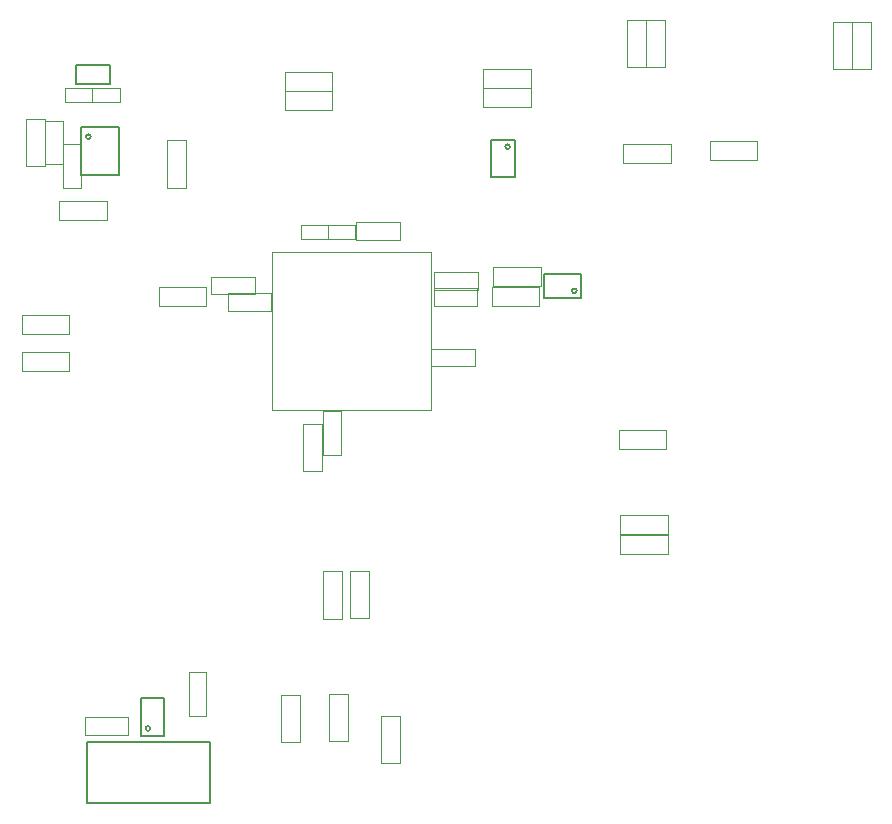
<source format=gbr>
G04 #@! TF.FileFunction,Other,User*
%FSLAX46Y46*%
G04 Gerber Fmt 4.6, Leading zero omitted, Abs format (unit mm)*
G04 Created by KiCad (PCBNEW 4.0.4+dfsg1-stable) date Fri Mar  3 13:36:28 2017*
%MOMM*%
%LPD*%
G01*
G04 APERTURE LIST*
%ADD10C,0.100000*%
%ADD11C,0.050000*%
%ADD12C,0.150000*%
G04 APERTURE END LIST*
D10*
D11*
X45536900Y49080100D02*
X45536900Y35680100D01*
X32136900Y49080100D02*
X32136900Y35680100D01*
X45536900Y49080100D02*
X32136900Y49080100D01*
X45536900Y35680100D02*
X32136900Y35680100D01*
X45800000Y44450000D02*
X49500000Y44450000D01*
X45800000Y45950000D02*
X49500000Y45950000D01*
X45800000Y44450000D02*
X45800000Y45950000D01*
X49500000Y44450000D02*
X49500000Y45950000D01*
X45850000Y45850000D02*
X49550000Y45850000D01*
X45850000Y47350000D02*
X49550000Y47350000D01*
X45850000Y45850000D02*
X45850000Y47350000D01*
X49550000Y45850000D02*
X49550000Y47350000D01*
X30650000Y46950000D02*
X26950000Y46950000D01*
X30650000Y45450000D02*
X26950000Y45450000D01*
X30650000Y46950000D02*
X30650000Y45450000D01*
X26950000Y46950000D02*
X26950000Y45450000D01*
X32050000Y45550000D02*
X28350000Y45550000D01*
X32050000Y44050000D02*
X28350000Y44050000D01*
X32050000Y45550000D02*
X32050000Y44050000D01*
X28350000Y45550000D02*
X28350000Y44050000D01*
X36850000Y51300000D02*
X34550000Y51300000D01*
X36850000Y50100000D02*
X34550000Y50100000D01*
X36850000Y51300000D02*
X36850000Y50100000D01*
X34550000Y51300000D02*
X34550000Y50100000D01*
X36850000Y50100000D02*
X39150000Y50100000D01*
X36850000Y51300000D02*
X39150000Y51300000D01*
X36850000Y50100000D02*
X36850000Y51300000D01*
X39150000Y50100000D02*
X39150000Y51300000D01*
X36450000Y35550000D02*
X36450000Y31850000D01*
X37950000Y35550000D02*
X37950000Y31850000D01*
X36450000Y35550000D02*
X37950000Y35550000D01*
X36450000Y31850000D02*
X37950000Y31850000D01*
X45550000Y39350000D02*
X49250000Y39350000D01*
X45550000Y40850000D02*
X49250000Y40850000D01*
X45550000Y39350000D02*
X45550000Y40850000D01*
X49250000Y39350000D02*
X49250000Y40850000D01*
X39250000Y50050000D02*
X42950000Y50050000D01*
X39250000Y51550000D02*
X42950000Y51550000D01*
X39250000Y50050000D02*
X39250000Y51550000D01*
X42950000Y50050000D02*
X42950000Y51550000D01*
X16250000Y8150000D02*
X19950000Y8150000D01*
X16250000Y9650000D02*
X19950000Y9650000D01*
X16250000Y8150000D02*
X16250000Y9650000D01*
X19950000Y8150000D02*
X19950000Y9650000D01*
X12900000Y60150000D02*
X12900000Y56450000D01*
X14400000Y60150000D02*
X14400000Y56450000D01*
X12900000Y60150000D02*
X14400000Y60150000D01*
X12900000Y56450000D02*
X14400000Y56450000D01*
X15900000Y54450000D02*
X15900000Y58150000D01*
X14400000Y54450000D02*
X14400000Y58150000D01*
X15900000Y54450000D02*
X14400000Y54450000D01*
X15900000Y58150000D02*
X14400000Y58150000D01*
X16900000Y61700000D02*
X19200000Y61700000D01*
X16900000Y62900000D02*
X19200000Y62900000D01*
X16900000Y61700000D02*
X16900000Y62900000D01*
X19200000Y61700000D02*
X19200000Y62900000D01*
X16900000Y62900000D02*
X14600000Y62900000D01*
X16900000Y61700000D02*
X14600000Y61700000D01*
X16900000Y62900000D02*
X16900000Y61700000D01*
X14600000Y62900000D02*
X14600000Y61700000D01*
D12*
X57900000Y45750000D02*
G75*
G03X57900000Y45750000I-200000J0D01*
G01*
X58300000Y47150000D02*
X55100000Y47150000D01*
X55100000Y47150000D02*
X55100000Y45150000D01*
X55100000Y45150000D02*
X58300000Y45150000D01*
X58300000Y45150000D02*
X58300000Y47150000D01*
X52250000Y57950000D02*
G75*
G03X52250000Y57950000I-200000J0D01*
G01*
X50650000Y58550000D02*
X50650000Y55350000D01*
X50650000Y55350000D02*
X52650000Y55350000D01*
X52650000Y55350000D02*
X52650000Y58550000D01*
X52650000Y58550000D02*
X50650000Y58550000D01*
X21800000Y8700000D02*
G75*
G03X21800000Y8700000I-200000J0D01*
G01*
X23000000Y8100000D02*
X23000000Y11300000D01*
X23000000Y11300000D02*
X21000000Y11300000D01*
X21000000Y11300000D02*
X21000000Y8100000D01*
X21000000Y8100000D02*
X23000000Y8100000D01*
D11*
X50750000Y44450000D02*
X54750000Y44450000D01*
X50750000Y46050000D02*
X54750000Y46050000D01*
X50750000Y44450000D02*
X50750000Y46050000D01*
X54750000Y44450000D02*
X54750000Y46050000D01*
X69150000Y56850000D02*
X73150000Y56850000D01*
X69150000Y58450000D02*
X73150000Y58450000D01*
X69150000Y56850000D02*
X69150000Y58450000D01*
X73150000Y56850000D02*
X73150000Y58450000D01*
X81200000Y64500000D02*
X81200000Y68500000D01*
X79600000Y64500000D02*
X79600000Y68500000D01*
X81200000Y64500000D02*
X79600000Y64500000D01*
X81200000Y68500000D02*
X79600000Y68500000D01*
X63800000Y64700000D02*
X63800000Y68700000D01*
X62200000Y64700000D02*
X62200000Y68700000D01*
X63800000Y64700000D02*
X62200000Y64700000D01*
X63800000Y68700000D02*
X62200000Y68700000D01*
X65600000Y25100000D02*
X61600000Y25100000D01*
X65600000Y23500000D02*
X61600000Y23500000D01*
X65600000Y25100000D02*
X65600000Y23500000D01*
X61600000Y25100000D02*
X61600000Y23500000D01*
X82800000Y64500000D02*
X82800000Y68500000D01*
X81200000Y64500000D02*
X81200000Y68500000D01*
X82800000Y64500000D02*
X81200000Y64500000D01*
X82800000Y68500000D02*
X81200000Y68500000D01*
X65400000Y64700000D02*
X65400000Y68700000D01*
X63800000Y64700000D02*
X63800000Y68700000D01*
X65400000Y64700000D02*
X63800000Y64700000D01*
X65400000Y68700000D02*
X63800000Y68700000D01*
X65600000Y26750000D02*
X61600000Y26750000D01*
X65600000Y25150000D02*
X61600000Y25150000D01*
X65600000Y26750000D02*
X65600000Y25150000D01*
X61600000Y26750000D02*
X61600000Y25150000D01*
X61850000Y56550000D02*
X65850000Y56550000D01*
X61850000Y58150000D02*
X65850000Y58150000D01*
X61850000Y56550000D02*
X61850000Y58150000D01*
X65850000Y56550000D02*
X65850000Y58150000D01*
X33200000Y61100000D02*
X37200000Y61100000D01*
X33200000Y62700000D02*
X37200000Y62700000D01*
X33200000Y61100000D02*
X33200000Y62700000D01*
X37200000Y61100000D02*
X37200000Y62700000D01*
X50000000Y61300000D02*
X54000000Y61300000D01*
X50000000Y62900000D02*
X54000000Y62900000D01*
X50000000Y61300000D02*
X50000000Y62900000D01*
X54000000Y61300000D02*
X54000000Y62900000D01*
X54850000Y47800000D02*
X50850000Y47800000D01*
X54850000Y46200000D02*
X50850000Y46200000D01*
X54850000Y47800000D02*
X54850000Y46200000D01*
X50850000Y47800000D02*
X50850000Y46200000D01*
X33200000Y62700000D02*
X37200000Y62700000D01*
X33200000Y64300000D02*
X37200000Y64300000D01*
X33200000Y62700000D02*
X33200000Y64300000D01*
X37200000Y62700000D02*
X37200000Y64300000D01*
X50000000Y62900000D02*
X54000000Y62900000D01*
X50000000Y64500000D02*
X54000000Y64500000D01*
X50000000Y62900000D02*
X50000000Y64500000D01*
X54000000Y62900000D02*
X54000000Y64500000D01*
X10900000Y38950000D02*
X14900000Y38950000D01*
X10900000Y40550000D02*
X14900000Y40550000D01*
X10900000Y38950000D02*
X10900000Y40550000D01*
X14900000Y38950000D02*
X14900000Y40550000D01*
X10950000Y42100000D02*
X14950000Y42100000D01*
X10950000Y43700000D02*
X14950000Y43700000D01*
X10950000Y42100000D02*
X10950000Y43700000D01*
X14950000Y42100000D02*
X14950000Y43700000D01*
X26500000Y46050000D02*
X22500000Y46050000D01*
X26500000Y44450000D02*
X22500000Y44450000D01*
X26500000Y46050000D02*
X26500000Y44450000D01*
X22500000Y46050000D02*
X22500000Y44450000D01*
X24800000Y54500000D02*
X24800000Y58500000D01*
X23200000Y54500000D02*
X23200000Y58500000D01*
X24800000Y54500000D02*
X23200000Y54500000D01*
X24800000Y58500000D02*
X23200000Y58500000D01*
X34750000Y34500000D02*
X34750000Y30500000D01*
X36350000Y34500000D02*
X36350000Y30500000D01*
X34750000Y34500000D02*
X36350000Y34500000D01*
X34750000Y30500000D02*
X36350000Y30500000D01*
X65500000Y33950000D02*
X61500000Y33950000D01*
X65500000Y32350000D02*
X61500000Y32350000D01*
X65500000Y33950000D02*
X65500000Y32350000D01*
X61500000Y33950000D02*
X61500000Y32350000D01*
X36400000Y22000000D02*
X36400000Y18000000D01*
X38000000Y22000000D02*
X38000000Y18000000D01*
X36400000Y22000000D02*
X38000000Y22000000D01*
X36400000Y18000000D02*
X38000000Y18000000D01*
X38750000Y22050000D02*
X38750000Y18050000D01*
X40350000Y22050000D02*
X40350000Y18050000D01*
X38750000Y22050000D02*
X40350000Y22050000D01*
X38750000Y18050000D02*
X40350000Y18050000D01*
X12850000Y56300000D02*
X12850000Y60300000D01*
X11250000Y56300000D02*
X11250000Y60300000D01*
X12850000Y56300000D02*
X11250000Y56300000D01*
X12850000Y60300000D02*
X11250000Y60300000D01*
X14100000Y51750000D02*
X18100000Y51750000D01*
X14100000Y53350000D02*
X18100000Y53350000D01*
X14100000Y51750000D02*
X14100000Y53350000D01*
X18100000Y51750000D02*
X18100000Y53350000D01*
X38550000Y7650000D02*
X38550000Y11650000D01*
X36950000Y7650000D02*
X36950000Y11650000D01*
X38550000Y7650000D02*
X36950000Y7650000D01*
X38550000Y11650000D02*
X36950000Y11650000D01*
X32850000Y11550000D02*
X32850000Y7550000D01*
X34450000Y11550000D02*
X34450000Y7550000D01*
X32850000Y11550000D02*
X34450000Y11550000D01*
X32850000Y7550000D02*
X34450000Y7550000D01*
D12*
X16427080Y2347280D02*
X16427080Y7547280D01*
X16427080Y7547280D02*
X26827080Y7547280D01*
X26827080Y7547280D02*
X26827080Y2347280D01*
X26827080Y2347280D02*
X16427080Y2347280D01*
X16750000Y58800000D02*
G75*
G03X16750000Y58800000I-200000J0D01*
G01*
X16150000Y55600000D02*
X19150000Y55600000D01*
X19150000Y55600000D02*
X19150000Y59600000D01*
X19150000Y59600000D02*
X15950000Y59600000D01*
X15950000Y59600000D02*
X15950000Y55600000D01*
X15950000Y55600000D02*
X16150000Y55600000D01*
X15550000Y63300000D02*
X18350000Y63300000D01*
X18350000Y63300000D02*
X18350000Y64900000D01*
X18350000Y64900000D02*
X15550000Y64900000D01*
X15550000Y64900000D02*
X15550000Y63300000D01*
D11*
X26550000Y9750000D02*
X26550000Y13450000D01*
X25050000Y9750000D02*
X25050000Y13450000D01*
X26550000Y9750000D02*
X25050000Y9750000D01*
X26550000Y13450000D02*
X25050000Y13450000D01*
X41300000Y9750000D02*
X41300000Y5750000D01*
X42900000Y9750000D02*
X42900000Y5750000D01*
X41300000Y9750000D02*
X42900000Y9750000D01*
X41300000Y5750000D02*
X42900000Y5750000D01*
M02*

</source>
